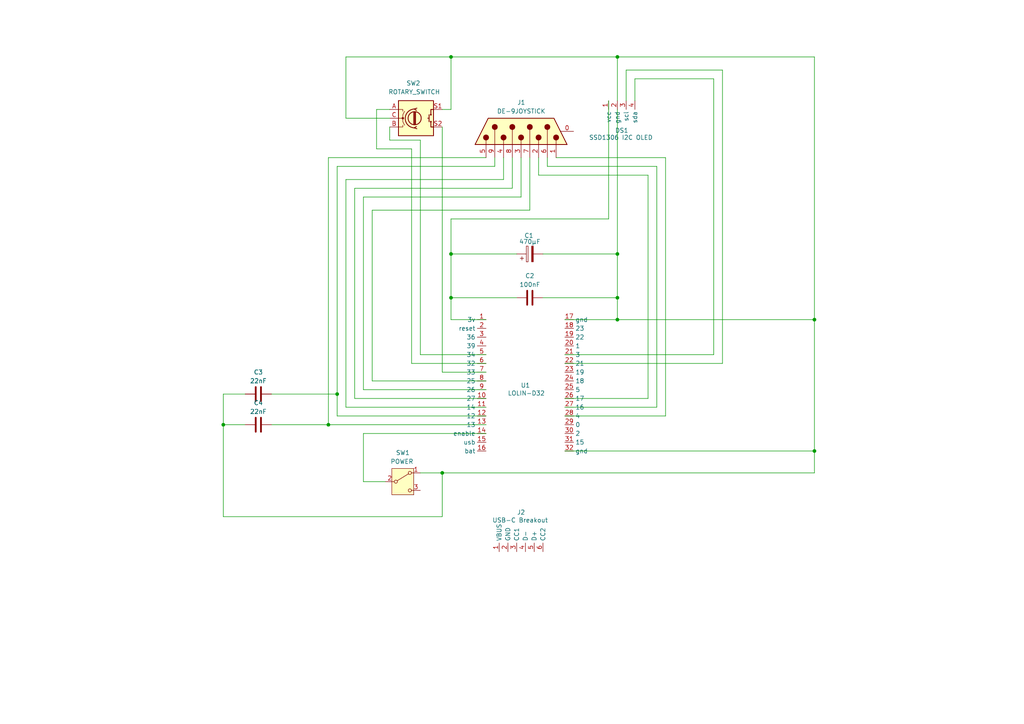
<source format=kicad_sch>
(kicad_sch (version 20250114) (generator "eeschema") (generator_version "9.0")
  (paper "A4")
  (lib_symbols
    (symbol "Connector:DE9_Pins_MountingHoles" (pin_names (offset 1.016) (hide yes))
      (property "Reference" "J" (at 0 16.51 0))
      (property "Value" "DE9_Pins_MountingHoles" (at 0 14.605 0))
      (symbol "DE9_Pins_MountingHoles_0_1"
        (polyline (pts (xy -3.81 10.16) (xy -2.54 10.16)))
        (polyline (pts (xy -3.81 7.62) (xy 0.508 7.62)))
        (polyline (pts (xy -3.81 5.08) (xy -2.54 5.08)))
        (polyline (pts (xy -3.81 2.54) (xy 0.508 2.54)))
        (polyline (pts (xy -3.81 0) (xy -2.54 0)))
        (polyline (pts (xy -3.81 -2.54) (xy 0.508 -2.54)))
        (polyline (pts (xy -3.81 -5.08) (xy -2.54 -5.08)))
        (polyline (pts (xy -3.81 -7.62) (xy 0.508 -7.62)))
        (polyline (pts (xy -3.81 -10.16) (xy -2.54 -10.16)))
        (polyline (pts (xy -3.81 -13.335) (xy -3.81 13.335) (xy 3.81 9.525) (xy 3.81 -9.525) (xy -3.81 -13.335)) (stroke (width 0.254)) (fill (type background)))
        (circle (center -1.778 10.16) (radius 0.762) (fill (type outline)))
        (circle (center -1.778 5.08) (radius 0.762) (fill (type outline)))
        (circle (center -1.778 0) (radius 0.762) (fill (type outline)))
        (circle (center -1.778 -5.08) (radius 0.762) (fill (type outline)))
        (circle (center -1.778 -10.16) (radius 0.762) (fill (type outline)))
        (circle (center 1.27 7.62) (radius 0.762) (fill (type outline)))
        (circle (center 1.27 2.54) (radius 0.762) (fill (type outline)))
        (circle (center 1.27 -2.54) (radius 0.762) (fill (type outline)))
        (circle (center 1.27 -7.62) (radius 0.762) (fill (type outline)))
      )
      (symbol "DE9_Pins_MountingHoles_1_1"
        (pin passive line (at -7.62 10.16 0) (length 3.81) (name "5") (number "5"))
        (pin passive line (at -7.62 7.62 0) (length 3.81) (name "9") (number "9"))
        (pin passive line (at -7.62 5.08 0) (length 3.81) (name "4") (number "4"))
        (pin passive line (at -7.62 2.54 0) (length 3.81) (name "8") (number "8"))
        (pin passive line (at -7.62 0 0) (length 3.81) (name "3") (number "3"))
        (pin passive line (at -7.62 -2.54 0) (length 3.81) (name "7") (number "7"))
        (pin passive line (at -7.62 -5.08 0) (length 3.81) (name "2") (number "2"))
        (pin passive line (at -7.62 -7.62 0) (length 3.81) (name "6") (number "6"))
        (pin passive line (at -7.62 -10.16 0) (length 3.81) (name "1") (number "1"))
        (pin passive line (at 0 -15.24 90) (length 3.81) (name "PAD") (number "0"))
      )
    )
    (symbol "Device:C" (pin_numbers (hide yes)) (pin_names (offset 0.254))
      (property "Reference" "C" (at 0.635 2.54 0))
      (property "Value" "C" (at 0.635 -2.54 0))
      (symbol "C_0_1"
        (polyline (pts (xy -2.032 0.762) (xy 2.032 0.762)) (stroke (width 0.508)))
        (polyline (pts (xy -2.032 -0.762) (xy 2.032 -0.762)) (stroke (width 0.508)))
      )
      (symbol "C_1_1"
        (pin passive line (at 0 3.81 270) (length 2.794) (name "~") (number "1"))
        (pin passive line (at 0 -3.81 90) (length 2.794) (name "~") (number "2"))
      )
    )
    (symbol "Device:C_Polarized" (pin_numbers (hide yes)) (pin_names (offset 0.254))
      (property "Reference" "C" (at 0.635 2.54 0))
      (property "Value" "C_Polarized" (at 0.635 -2.54 0))
      (symbol "C_Polarized_0_1"
        (rectangle (start -2.286 0.508) (end 2.286 1.016))
        (polyline (pts (xy -1.778 2.286) (xy -0.762 2.286)))
        (polyline (pts (xy -1.27 2.794) (xy -1.27 1.778)))
        (rectangle (start 2.286 -0.508) (end -2.286 -1.016) (fill (type outline)))
      )
      (symbol "C_Polarized_1_1"
        (pin passive line (at 0 3.81 270) (length 2.794) (name "~") (number "1"))
        (pin passive line (at 0 -3.81 90) (length 2.794) (name "~") (number "2"))
      )
    )
    (symbol "Device:RotaryEncoder_Switch" (pin_names (offset 0.254) (hide yes))
      (property "Reference" "SW" (at 0 6.604 0))
      (property "Value" "RotaryEncoder_Switch" (at 0 -6.604 0))
      (symbol "RotaryEncoder_Switch_0_1"
        (rectangle (start -5.08 5.08) (end 5.08 -5.08) (stroke (width 0.254)) (fill (type background)))
        (polyline (pts (xy -5.08 2.54) (xy -3.81 2.54) (xy -3.81 2.032)))
        (polyline (pts (xy -5.08 0) (xy -3.81 0) (xy -3.81 -1.016) (xy -3.302 -2.032)))
        (polyline (pts (xy -5.08 -2.54) (xy -3.81 -2.54) (xy -3.81 -2.032)))
        (polyline (pts (xy -4.318 0) (xy -3.81 0) (xy -3.81 1.016) (xy -3.302 2.032)))
        (circle (center -3.81 0) (radius 0.254) (fill (type outline)))
        (polyline (pts (xy -0.635 -1.778) (xy -0.635 1.778)) (stroke (width 0.254)))
        (circle (center -0.381 0) (radius 1.905) (stroke (width 0.254)))
        (polyline (pts (xy -0.381 -1.778) (xy -0.381 1.778)) (stroke (width 0.254)))
        (arc (start -0.381 -2.794) (mid -3.0988 -0.0635) (end -0.381 2.667) (stroke (width 0.254)))
        (polyline (pts (xy -0.127 1.778) (xy -0.127 -1.778)) (stroke (width 0.254)))
        (polyline (pts (xy 0.254 2.921) (xy -0.508 2.667) (xy 0.127 2.286)) (stroke (width 0.254)))
        (polyline (pts (xy 0.254 -3.048) (xy -0.508 -2.794) (xy 0.127 -2.413)) (stroke (width 0.254)))
        (polyline (pts (xy 3.81 1.016) (xy 3.81 -1.016)) (stroke (width 0.254)))
        (polyline (pts (xy 3.81 0) (xy 3.429 0)) (stroke (width 0.254)))
        (circle (center 4.318 1.016) (radius 0.127) (stroke (width 0.254)))
        (circle (center 4.318 -1.016) (radius 0.127) (stroke (width 0.254)))
        (polyline (pts (xy 5.08 2.54) (xy 4.318 2.54) (xy 4.318 1.016)) (stroke (width 0.254)))
        (polyline (pts (xy 5.08 -2.54) (xy 4.318 -2.54) (xy 4.318 -1.016)) (stroke (width 0.254)))
      )
      (symbol "RotaryEncoder_Switch_1_1"
        (pin passive line (at -7.62 2.54 0) (length 2.54) (name "A") (number "A"))
        (pin passive line (at -7.62 0 0) (length 2.54) (name "C") (number "C"))
        (pin passive line (at -7.62 -2.54 0) (length 2.54) (name "B") (number "B"))
        (pin passive line (at 7.62 2.54 180) (length 2.54) (name "S1") (number "S1"))
        (pin passive line (at 7.62 -2.54 180) (length 2.54) (name "S2") (number "S2"))
      )
    )
    (symbol "Switch:SW_SPDT" (pin_names (offset 0) (hide yes))
      (property "Reference" "SW" (at 0 5.08 0))
      (property "Value" "SW_SPDT" (at 0 -5.08 0))
      (symbol "SW_SPDT_0_1"
        (circle (center -2.032 0) (radius 0.4572))
        (polyline (pts (xy -1.651 0.254) (xy 1.651 2.286)))
        (circle (center 2.032 2.54) (radius 0.4572))
        (circle (center 2.032 -2.54) (radius 0.4572))
      )
      (symbol "SW_SPDT_1_1"
        (rectangle (start -3.175 3.81) (end 3.175 -3.81) (fill (type background)))
        (pin passive line (at -5.08 0 0) (length 2.54) (name "B") (number "2"))
        (pin passive line (at 5.08 2.54 180) (length 2.54) (name "A") (number "1"))
        (pin passive line (at 5.08 -2.54 180) (length 2.54) (name "C") (number "3"))
      )
    )
    (symbol "elastick:lolin_d32"
      (property "Reference" "U" (at 0 0 0))
      (symbol "lolin_d32_1_1"
        (pin output line (at -3.81 33.02 180) (length 2.54) (name "3v") (number "1"))
        (pin input line (at -3.81 30.48 180) (length 2.54) (name "reset") (number "2"))
        (pin bidirectional line (at -3.81 27.94 180) (length 2.54) (name "36") (number "3"))
        (pin bidirectional line (at -3.81 25.4 180) (length 2.54) (name "39") (number "4"))
        (pin bidirectional line (at -3.81 22.86 180) (length 2.54) (name "34") (number "5"))
        (pin bidirectional line (at -3.81 20.32 180) (length 2.54) (name "32") (number "6"))
        (pin bidirectional line (at -3.81 17.78 180) (length 2.54) (name "33") (number "7"))
        (pin bidirectional line (at -3.81 15.24 180) (length 2.54) (name "25") (number "8"))
        (pin bidirectional line (at -3.81 12.7 180) (length 2.54) (name "26") (number "9"))
        (pin bidirectional line (at -3.81 10.16 180) (length 2.54) (name "27") (number "10"))
        (pin bidirectional line (at -3.81 7.62 180) (length 2.54) (name "14") (number "11"))
        (pin bidirectional line (at -3.81 5.08 180) (length 2.54) (name "12") (number "12"))
        (pin bidirectional line (at -3.81 2.54 180) (length 2.54) (name "13") (number "13"))
        (pin input line (at -3.81 0 180) (length 2.54) (name "enable") (number "14"))
        (pin output line (at -3.81 -2.54 180) (length 2.54) (name "usb") (number "15"))
        (pin output line (at -3.81 -5.08 180) (length 2.54) (name "bat") (number "16"))
        (pin output line (at 19.05 33.02 0) (length 2.54) (name "gnd") (number "17"))
        (pin input line (at 19.05 30.48 0) (length 2.54) (name "23") (number "18"))
        (pin input line (at 19.05 27.94 0) (length 2.54) (name "22") (number "19"))
        (pin input line (at 19.05 25.4 0) (length 2.54) (name "1") (number "20"))
        (pin input line (at 19.05 22.86 0) (length 2.54) (name "3") (number "21"))
        (pin input line (at 19.05 20.32 0) (length 2.54) (name "21") (number "22"))
        (pin input line (at 19.05 17.78 0) (length 2.54) (name "19") (number "23"))
        (pin input line (at 19.05 15.24 0) (length 2.54) (name "18") (number "24"))
        (pin input line (at 19.05 12.7 0) (length 2.54) (name "5") (number "25"))
        (pin input line (at 19.05 10.16 0) (length 2.54) (name "17") (number "26"))
        (pin input line (at 19.05 7.62 0) (length 2.54) (name "16") (number "27"))
        (pin input line (at 19.05 5.08 0) (length 2.54) (name "4") (number "28"))
        (pin input line (at 19.05 2.54 0) (length 2.54) (name "0") (number "29"))
        (pin input line (at 19.05 0 0) (length 2.54) (name "2") (number "30"))
        (pin input line (at 19.05 -2.54 0) (length 2.54) (name "15") (number "31"))
        (pin output line (at 19.05 -5.08 0) (length 2.54) (name "gnd") (number "32"))
      )
    )
    (symbol "elastick:oled_128_64_i2c"
      (property "Reference" "U" (at 0 0 0))
      (symbol "oled_128_64_i2c_1_1"
        (pin input line (at -2.54 2.54 270) (length 2.54) (name "vcc") (number "1"))
        (pin input line (at 0 2.54 270) (length 2.54) (name "gnd") (number "2"))
        (pin input line (at 2.54 2.54 270) (length 2.54) (name "scl") (number "3"))
        (pin input line (at 5.08 2.54 270) (length 2.54) (name "sda") (number "4"))
      )
    )
    (symbol "elastick:usbc"
      (property "Reference" "U" (at 0 0 0))
      (symbol "usbc_1_1"
        (pin output line (at 0 0 90) (length 2.54) (name "VBUS") (number "1"))
        (pin output line (at 2.54 0 90) (length 2.54) (name "GND") (number "2"))
        (pin output line (at 5.08 0 90) (length 2.54) (name "CC1") (number "3"))
        (pin bidirectional line (at 7.62 0 90) (length 2.54) (name "D-") (number "4"))
        (pin bidirectional line (at 10.16 0 90) (length 2.54) (name "D+") (number "5"))
        (pin output line (at 12.7 0 90) (length 2.54) (name "CC2") (number "6"))
      )
    )
  )
  (junction (at 130.81 16.51))
  (junction (at 130.81 73.66))
  (junction (at 179.07 16.51))
  (junction (at 64.77 123.19))
  (junction (at 128.27 137.16))
  (junction (at 97.79 114.3))
  (junction (at 236.22 130.81))
  (junction (at 130.81 86.36))
  (junction (at 179.07 73.66))
  (junction (at 236.22 92.71))
  (junction (at 179.07 92.71))
  (junction (at 95.25 123.19))
  (junction (at 179.07 86.36))
  (wire (pts (xy 119.38 43.18) (xy 119.38 105.41)))
  (wire (pts (xy 236.22 130.81) (xy 236.22 137.16)))
  (wire (pts (xy 207.01 22.86) (xy 207.01 102.87)))
  (wire (pts (xy 64.77 114.3) (xy 64.77 123.19)))
  (wire (pts (xy 209.55 20.32) (xy 181.61 20.32)))
  (wire (pts (xy 105.41 139.7) (xy 105.41 125.73)))
  (wire (pts (xy 113.03 36.83) (xy 113.03 40.64)))
  (wire (pts (xy 128.27 31.75) (xy 130.81 31.75)))
  (wire (pts (xy 151.13 45.72) (xy 151.13 57.15)))
  (wire (pts (xy 163.83 105.41) (xy 209.55 105.41)))
  (wire (pts (xy 151.13 57.15) (xy 105.41 57.15)))
  (wire (pts (xy 121.92 40.64) (xy 121.92 102.87)))
  (wire (pts (xy 100.33 52.07) (xy 100.33 118.11)))
  (wire (pts (xy 157.48 73.66) (xy 179.07 73.66)))
  (wire (pts (xy 130.81 63.5) (xy 176.53 63.5)))
  (wire (pts (xy 130.81 73.66) (xy 130.81 63.5)))
  (wire (pts (xy 109.22 43.18) (xy 119.38 43.18)))
  (wire (pts (xy 163.83 118.11) (xy 190.5 118.11)))
  (wire (pts (xy 179.07 73.66) (xy 179.07 86.36)))
  (wire (pts (xy 158.75 45.72) (xy 158.75 48.26)))
  (wire (pts (xy 146.05 52.07) (xy 100.33 52.07)))
  (wire (pts (xy 100.33 16.51) (xy 100.33 34.29)))
  (wire (pts (xy 153.67 60.96) (xy 107.95 60.96)))
  (wire (pts (xy 143.51 45.72) (xy 143.51 48.26)))
  (wire (pts (xy 158.75 48.26) (xy 190.5 48.26)))
  (wire (pts (xy 156.21 45.72) (xy 156.21 50.8)))
  (wire (pts (xy 187.96 50.8) (xy 187.96 115.57)))
  (wire (pts (xy 97.79 48.26) (xy 97.79 114.3)))
  (wire (pts (xy 130.81 86.36) (xy 130.81 73.66)))
  (wire (pts (xy 130.81 16.51) (xy 100.33 16.51)))
  (wire (pts (xy 163.83 115.57) (xy 187.96 115.57)))
  (wire (pts (xy 161.29 45.72) (xy 193.04 45.72)))
  (wire (pts (xy 121.92 102.87) (xy 140.97 102.87)))
  (wire (pts (xy 130.81 16.51) (xy 130.81 31.75)))
  (wire (pts (xy 102.87 115.57) (xy 140.97 115.57)))
  (wire (pts (xy 128.27 137.16) (xy 236.22 137.16)))
  (wire (pts (xy 184.15 29.21) (xy 184.15 22.86)))
  (wire (pts (xy 100.33 118.11) (xy 140.97 118.11)))
  (wire (pts (xy 78.74 114.3) (xy 97.79 114.3)))
  (wire (pts (xy 143.51 48.26) (xy 97.79 48.26)))
  (wire (pts (xy 156.21 50.8) (xy 187.96 50.8)))
  (wire (pts (xy 102.87 54.61) (xy 102.87 115.57)))
  (wire (pts (xy 111.76 139.7) (xy 105.41 139.7)))
  (wire (pts (xy 128.27 107.95) (xy 140.97 107.95)))
  (wire (pts (xy 190.5 118.11) (xy 190.5 48.26)))
  (wire (pts (xy 100.33 34.29) (xy 113.03 34.29)))
  (wire (pts (xy 236.22 92.71) (xy 236.22 16.51)))
  (wire (pts (xy 179.07 31.75) (xy 179.07 73.66)))
  (wire (pts (xy 179.07 92.71) (xy 236.22 92.71)))
  (wire (pts (xy 153.67 45.72) (xy 153.67 60.96)))
  (wire (pts (xy 128.27 149.86) (xy 64.77 149.86)))
  (wire (pts (xy 121.92 137.16) (xy 128.27 137.16)))
  (wire (pts (xy 128.27 36.83) (xy 128.27 107.95)))
  (wire (pts (xy 148.59 54.61) (xy 102.87 54.61)))
  (wire (pts (xy 105.41 57.15) (xy 105.41 113.03)))
  (wire (pts (xy 97.79 120.65) (xy 140.97 120.65)))
  (wire (pts (xy 184.15 22.86) (xy 207.01 22.86)))
  (wire (pts (xy 140.97 45.72) (xy 95.25 45.72)))
  (wire (pts (xy 130.81 86.36) (xy 149.86 86.36)))
  (wire (pts (xy 64.77 123.19) (xy 71.12 123.19)))
  (wire (pts (xy 236.22 16.51) (xy 179.07 16.51)))
  (wire (pts (xy 130.81 92.71) (xy 130.81 86.36)))
  (wire (pts (xy 181.61 20.32) (xy 181.61 29.21)))
  (wire (pts (xy 107.95 110.49) (xy 140.97 110.49)))
  (wire (pts (xy 209.55 105.41) (xy 209.55 20.32)))
  (wire (pts (xy 113.03 31.75) (xy 109.22 31.75)))
  (wire (pts (xy 146.05 45.72) (xy 146.05 52.07)))
  (wire (pts (xy 176.53 63.5) (xy 176.53 29.21)))
  (wire (pts (xy 128.27 137.16) (xy 128.27 149.86)))
  (wire (pts (xy 95.25 45.72) (xy 95.25 123.19)))
  (wire (pts (xy 163.83 130.81) (xy 236.22 130.81)))
  (wire (pts (xy 179.07 16.51) (xy 179.07 29.21)))
  (wire (pts (xy 207.01 102.87) (xy 163.83 102.87)))
  (wire (pts (xy 64.77 149.86) (xy 64.77 123.19)))
  (wire (pts (xy 78.74 123.19) (xy 95.25 123.19)))
  (wire (pts (xy 107.95 60.96) (xy 107.95 110.49)))
  (wire (pts (xy 130.81 73.66) (xy 149.86 73.66)))
  (wire (pts (xy 109.22 31.75) (xy 109.22 43.18)))
  (wire (pts (xy 113.03 40.64) (xy 121.92 40.64)))
  (wire (pts (xy 179.07 86.36) (xy 179.07 92.71)))
  (wire (pts (xy 179.07 16.51) (xy 130.81 16.51)))
  (wire (pts (xy 97.79 114.3) (xy 97.79 120.65)))
  (wire (pts (xy 163.83 92.71) (xy 179.07 92.71)))
  (wire (pts (xy 157.48 86.36) (xy 179.07 86.36)))
  (wire (pts (xy 105.41 113.03) (xy 140.97 113.03)))
  (wire (pts (xy 236.22 130.81) (xy 236.22 92.71)))
  (wire (pts (xy 163.83 120.65) (xy 193.04 120.65)))
  (wire (pts (xy 71.12 114.3) (xy 64.77 114.3)))
  (wire (pts (xy 140.97 92.71) (xy 130.81 92.71)))
  (wire (pts (xy 193.04 120.65) (xy 193.04 45.72)))
  (wire (pts (xy 95.25 123.19) (xy 140.97 123.19)))
  (wire (pts (xy 148.59 45.72) (xy 148.59 54.61)))
  (wire (pts (xy 119.38 105.41) (xy 140.97 105.41)))
  (wire (pts (xy 105.41 125.73) (xy 140.97 125.73)))
  (symbol (lib_id "Device:C_Polarized") (at 153.67 73.66 90) (unit 1)
    (property "Reference" "C1" (at 153.416 68.326 90))
    (property "Value" "470µF" (at 153.67 70.104 90))
    (property "Footprint" "Capacitor_THT:CP_Radial_D8.0mm_P3.50mm" (effects (hide yes)))
    (property "Description" "Polarized capacitor" (effects (hide yes)))
  )
  (symbol (lib_id "elastick:oled_128_64_i2c") (at 179.07 31.75 0) (unit 1)
    (property "Reference" "DS1" (at 180.34 37.846 0))
    (property "Value" "SSD1306 I2C OLED" (at 180.086 39.878 0))
    (property "Footprint" "elastick:oled_128_64_i2c" (effects (hide yes)))
  )
  (symbol (lib_id "elastick:lolin_d32") (at 144.78 125.73 0) (unit 1)
    (property "Reference" "U1" (at 152.4 111.76 0))
    (property "Value" "LOLIN-D32" (at 152.654 114.046 0))
    (property "Footprint" "elastick:Lolin D32" (effects (hide yes)))
  )
  (symbol (lib_id "elastick:usbc") (at 144.78 160.02 0) (unit 1)
    (property "Reference" "J2" (at 151.13 148.59 0))
    (property "Value" "USB-C Breakout" (at 150.876 150.876 0))
    (property "Footprint" "elastick:usbc" (effects (hide yes)))
  )
  (symbol (lib_id "Device:RotaryEncoder_Switch") (at 120.65 34.29 0) (unit 1)
    (property "Reference" "SW2" (at 119.888 24.13 0))
    (property "Value" "ROTARY_SWITCH" (at 120.142 26.67 0))
    (property "Footprint" "Rotary_Encoder:RotaryEncoder_Alps_EC11E-Switch_Vertical_H20mm" (effects (hide yes)))
    (property "Description" "Rotary encoder, dual channel, incremental quadrate outputs, with switch" (effects (hide yes)))
  )
  (symbol (lib_id "Device:C") (at 74.93 114.3 90) (unit 1)
    (property "Reference" "C3" (at 74.93 107.95 90))
    (property "Value" "22nF" (at 74.93 110.49 90))
    (property "Footprint" "Capacitor_THT:C_Disc_D5.0mm_W2.5mm_P5.00mm" (effects (hide yes)))
    (property "Description" "Unpolarized capacitor" (effects (hide yes)))
  )
  (symbol (lib_id "Device:C") (at 153.67 86.36 90) (unit 1)
    (property "Reference" "C2" (at 153.67 80.01 90))
    (property "Value" "100nF" (at 153.67 82.55 90))
    (property "Footprint" "Capacitor_THT:C_Disc_D5.0mm_W2.5mm_P5.00mm" (effects (hide yes)))
    (property "Description" "Unpolarized capacitor" (effects (hide yes)))
  )
  (symbol (lib_id "Device:C") (at 74.93 123.19 90) (unit 1)
    (property "Reference" "C4" (at 74.93 116.84 90))
    (property "Value" "22nF" (at 74.93 119.38 90))
    (property "Footprint" "Capacitor_THT:C_Disc_D5.0mm_W2.5mm_P5.00mm" (effects (hide yes)))
    (property "Description" "Unpolarized capacitor" (effects (hide yes)))
  )
  (symbol (lib_id "Switch:SW_SPDT") (at 116.84 139.7 0) (unit 1)
    (property "Reference" "SW1" (at 116.84 131.318 0))
    (property "Value" "POWER" (at 116.586 133.858 0))
    (property "Footprint" "Button_Switch_THT:SW_Slide_SPDT_Angled_CK_OS102011MA1Q" (effects (hide yes)))
    (property "Description" "Switch, single pole double throw" (effects (hide yes)))
  )
  (symbol (lib_id "Connector:DE9_Pins_MountingHoles") (at 151.13 38.1 90) (unit 1)
    (property "Reference" "J1" (at 152.4 29.718 90) (effects (justify left)))
    (property "Value" "DE-9JOYSTICK" (at 158.242 32.258 90) (effects (justify left)))
    (property "Footprint" "Connector_Dsub:DSUB-9_Pins_Horizontal_P2.77x2.84mm_EdgePinOffset7.70mm_Housed_MountingHolesOffset9.12mm" (effects (hide yes)))
    (property "Description" "9-pin D-SUB connector, pins (male), Mounting Hole" (effects (hide yes)))
  )
)
</source>
